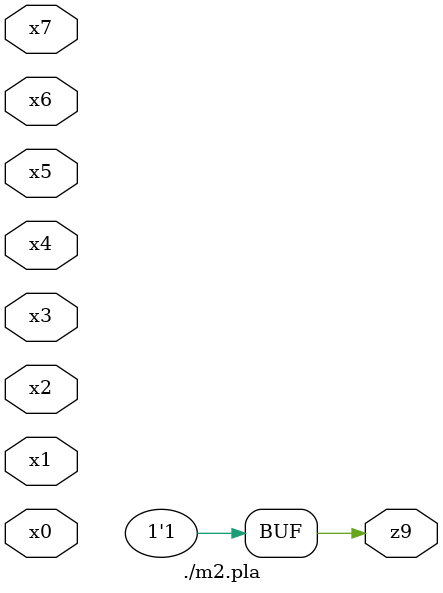
<source format=v>

module \./m2.pla  ( 
    x0, x1, x2, x3, x4, x5, x6, x7,
    z9  );
  input  x0, x1, x2, x3, x4, x5, x6, x7;
  output z9;
  assign z9 = 1'b1;
endmodule



</source>
